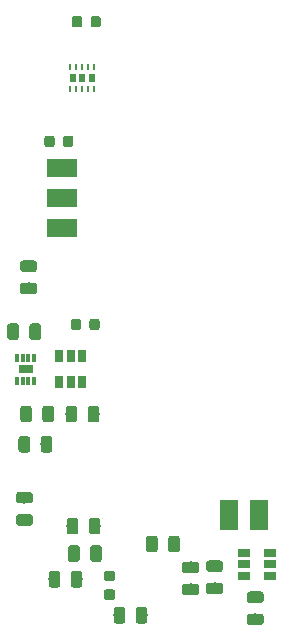
<source format=gbr>
G04 #@! TF.GenerationSoftware,KiCad,Pcbnew,(5.0.1)-rc2*
G04 #@! TF.CreationDate,2019-03-21T01:05:14-07:00*
G04 #@! TF.ProjectId,littlebeepboop,6C6974746C6562656570626F6F702E6B,rev?*
G04 #@! TF.SameCoordinates,Original*
G04 #@! TF.FileFunction,Paste,Bot*
G04 #@! TF.FilePolarity,Positive*
%FSLAX46Y46*%
G04 Gerber Fmt 4.6, Leading zero omitted, Abs format (unit mm)*
G04 Created by KiCad (PCBNEW (5.0.1)-rc2) date 3/21/2019 1:05:14 AM*
%MOMM*%
%LPD*%
G01*
G04 APERTURE LIST*
%ADD10C,0.100000*%
%ADD11C,0.975000*%
%ADD12C,0.875000*%
%ADD13R,1.060000X0.650000*%
%ADD14R,0.610000X0.650000*%
%ADD15R,0.250000X0.500000*%
%ADD16R,0.300000X0.700000*%
%ADD17R,1.200000X0.800000*%
%ADD18R,2.540000X1.524000*%
%ADD19R,1.524000X2.540000*%
%ADD20R,0.650000X1.060000*%
G04 APERTURE END LIST*
D10*
G04 #@! TO.C,C14*
G36*
X163843642Y-134429174D02*
X163867303Y-134432684D01*
X163890507Y-134438496D01*
X163913029Y-134446554D01*
X163934653Y-134456782D01*
X163955170Y-134469079D01*
X163974383Y-134483329D01*
X163992107Y-134499393D01*
X164008171Y-134517117D01*
X164022421Y-134536330D01*
X164034718Y-134556847D01*
X164044946Y-134578471D01*
X164053004Y-134600993D01*
X164058816Y-134624197D01*
X164062326Y-134647858D01*
X164063500Y-134671750D01*
X164063500Y-135584250D01*
X164062326Y-135608142D01*
X164058816Y-135631803D01*
X164053004Y-135655007D01*
X164044946Y-135677529D01*
X164034718Y-135699153D01*
X164022421Y-135719670D01*
X164008171Y-135738883D01*
X163992107Y-135756607D01*
X163974383Y-135772671D01*
X163955170Y-135786921D01*
X163934653Y-135799218D01*
X163913029Y-135809446D01*
X163890507Y-135817504D01*
X163867303Y-135823316D01*
X163843642Y-135826826D01*
X163819750Y-135828000D01*
X163332250Y-135828000D01*
X163308358Y-135826826D01*
X163284697Y-135823316D01*
X163261493Y-135817504D01*
X163238971Y-135809446D01*
X163217347Y-135799218D01*
X163196830Y-135786921D01*
X163177617Y-135772671D01*
X163159893Y-135756607D01*
X163143829Y-135738883D01*
X163129579Y-135719670D01*
X163117282Y-135699153D01*
X163107054Y-135677529D01*
X163098996Y-135655007D01*
X163093184Y-135631803D01*
X163089674Y-135608142D01*
X163088500Y-135584250D01*
X163088500Y-134671750D01*
X163089674Y-134647858D01*
X163093184Y-134624197D01*
X163098996Y-134600993D01*
X163107054Y-134578471D01*
X163117282Y-134556847D01*
X163129579Y-134536330D01*
X163143829Y-134517117D01*
X163159893Y-134499393D01*
X163177617Y-134483329D01*
X163196830Y-134469079D01*
X163217347Y-134456782D01*
X163238971Y-134446554D01*
X163261493Y-134438496D01*
X163284697Y-134432684D01*
X163308358Y-134429174D01*
X163332250Y-134428000D01*
X163819750Y-134428000D01*
X163843642Y-134429174D01*
X163843642Y-134429174D01*
G37*
D11*
X163576000Y-135128000D03*
D10*
G36*
X161968642Y-134429174D02*
X161992303Y-134432684D01*
X162015507Y-134438496D01*
X162038029Y-134446554D01*
X162059653Y-134456782D01*
X162080170Y-134469079D01*
X162099383Y-134483329D01*
X162117107Y-134499393D01*
X162133171Y-134517117D01*
X162147421Y-134536330D01*
X162159718Y-134556847D01*
X162169946Y-134578471D01*
X162178004Y-134600993D01*
X162183816Y-134624197D01*
X162187326Y-134647858D01*
X162188500Y-134671750D01*
X162188500Y-135584250D01*
X162187326Y-135608142D01*
X162183816Y-135631803D01*
X162178004Y-135655007D01*
X162169946Y-135677529D01*
X162159718Y-135699153D01*
X162147421Y-135719670D01*
X162133171Y-135738883D01*
X162117107Y-135756607D01*
X162099383Y-135772671D01*
X162080170Y-135786921D01*
X162059653Y-135799218D01*
X162038029Y-135809446D01*
X162015507Y-135817504D01*
X161992303Y-135823316D01*
X161968642Y-135826826D01*
X161944750Y-135828000D01*
X161457250Y-135828000D01*
X161433358Y-135826826D01*
X161409697Y-135823316D01*
X161386493Y-135817504D01*
X161363971Y-135809446D01*
X161342347Y-135799218D01*
X161321830Y-135786921D01*
X161302617Y-135772671D01*
X161284893Y-135756607D01*
X161268829Y-135738883D01*
X161254579Y-135719670D01*
X161242282Y-135699153D01*
X161232054Y-135677529D01*
X161223996Y-135655007D01*
X161218184Y-135631803D01*
X161214674Y-135608142D01*
X161213500Y-135584250D01*
X161213500Y-134671750D01*
X161214674Y-134647858D01*
X161218184Y-134624197D01*
X161223996Y-134600993D01*
X161232054Y-134578471D01*
X161242282Y-134556847D01*
X161254579Y-134536330D01*
X161268829Y-134517117D01*
X161284893Y-134499393D01*
X161302617Y-134483329D01*
X161321830Y-134469079D01*
X161342347Y-134456782D01*
X161363971Y-134446554D01*
X161386493Y-134438496D01*
X161409697Y-134432684D01*
X161433358Y-134429174D01*
X161457250Y-134428000D01*
X161944750Y-134428000D01*
X161968642Y-134429174D01*
X161968642Y-134429174D01*
G37*
D11*
X161701000Y-135128000D03*
G04 #@! TD*
D10*
G04 #@! TO.C,C1*
G36*
X179190142Y-136158674D02*
X179213803Y-136162184D01*
X179237007Y-136167996D01*
X179259529Y-136176054D01*
X179281153Y-136186282D01*
X179301670Y-136198579D01*
X179320883Y-136212829D01*
X179338607Y-136228893D01*
X179354671Y-136246617D01*
X179368921Y-136265830D01*
X179381218Y-136286347D01*
X179391446Y-136307971D01*
X179399504Y-136330493D01*
X179405316Y-136353697D01*
X179408826Y-136377358D01*
X179410000Y-136401250D01*
X179410000Y-136888750D01*
X179408826Y-136912642D01*
X179405316Y-136936303D01*
X179399504Y-136959507D01*
X179391446Y-136982029D01*
X179381218Y-137003653D01*
X179368921Y-137024170D01*
X179354671Y-137043383D01*
X179338607Y-137061107D01*
X179320883Y-137077171D01*
X179301670Y-137091421D01*
X179281153Y-137103718D01*
X179259529Y-137113946D01*
X179237007Y-137122004D01*
X179213803Y-137127816D01*
X179190142Y-137131326D01*
X179166250Y-137132500D01*
X178253750Y-137132500D01*
X178229858Y-137131326D01*
X178206197Y-137127816D01*
X178182993Y-137122004D01*
X178160471Y-137113946D01*
X178138847Y-137103718D01*
X178118330Y-137091421D01*
X178099117Y-137077171D01*
X178081393Y-137061107D01*
X178065329Y-137043383D01*
X178051079Y-137024170D01*
X178038782Y-137003653D01*
X178028554Y-136982029D01*
X178020496Y-136959507D01*
X178014684Y-136936303D01*
X178011174Y-136912642D01*
X178010000Y-136888750D01*
X178010000Y-136401250D01*
X178011174Y-136377358D01*
X178014684Y-136353697D01*
X178020496Y-136330493D01*
X178028554Y-136307971D01*
X178038782Y-136286347D01*
X178051079Y-136265830D01*
X178065329Y-136246617D01*
X178081393Y-136228893D01*
X178099117Y-136212829D01*
X178118330Y-136198579D01*
X178138847Y-136186282D01*
X178160471Y-136176054D01*
X178182993Y-136167996D01*
X178206197Y-136162184D01*
X178229858Y-136158674D01*
X178253750Y-136157500D01*
X179166250Y-136157500D01*
X179190142Y-136158674D01*
X179190142Y-136158674D01*
G37*
D11*
X178710000Y-136645000D03*
D10*
G36*
X179190142Y-138033674D02*
X179213803Y-138037184D01*
X179237007Y-138042996D01*
X179259529Y-138051054D01*
X179281153Y-138061282D01*
X179301670Y-138073579D01*
X179320883Y-138087829D01*
X179338607Y-138103893D01*
X179354671Y-138121617D01*
X179368921Y-138140830D01*
X179381218Y-138161347D01*
X179391446Y-138182971D01*
X179399504Y-138205493D01*
X179405316Y-138228697D01*
X179408826Y-138252358D01*
X179410000Y-138276250D01*
X179410000Y-138763750D01*
X179408826Y-138787642D01*
X179405316Y-138811303D01*
X179399504Y-138834507D01*
X179391446Y-138857029D01*
X179381218Y-138878653D01*
X179368921Y-138899170D01*
X179354671Y-138918383D01*
X179338607Y-138936107D01*
X179320883Y-138952171D01*
X179301670Y-138966421D01*
X179281153Y-138978718D01*
X179259529Y-138988946D01*
X179237007Y-138997004D01*
X179213803Y-139002816D01*
X179190142Y-139006326D01*
X179166250Y-139007500D01*
X178253750Y-139007500D01*
X178229858Y-139006326D01*
X178206197Y-139002816D01*
X178182993Y-138997004D01*
X178160471Y-138988946D01*
X178138847Y-138978718D01*
X178118330Y-138966421D01*
X178099117Y-138952171D01*
X178081393Y-138936107D01*
X178065329Y-138918383D01*
X178051079Y-138899170D01*
X178038782Y-138878653D01*
X178028554Y-138857029D01*
X178020496Y-138834507D01*
X178014684Y-138811303D01*
X178011174Y-138787642D01*
X178010000Y-138763750D01*
X178010000Y-138276250D01*
X178011174Y-138252358D01*
X178014684Y-138228697D01*
X178020496Y-138205493D01*
X178028554Y-138182971D01*
X178038782Y-138161347D01*
X178051079Y-138140830D01*
X178065329Y-138121617D01*
X178081393Y-138103893D01*
X178099117Y-138087829D01*
X178118330Y-138073579D01*
X178138847Y-138061282D01*
X178160471Y-138051054D01*
X178182993Y-138042996D01*
X178206197Y-138037184D01*
X178229858Y-138033674D01*
X178253750Y-138032500D01*
X179166250Y-138032500D01*
X179190142Y-138033674D01*
X179190142Y-138033674D01*
G37*
D11*
X178710000Y-138520000D03*
G04 #@! TD*
D10*
G04 #@! TO.C,C2*
G36*
X173708142Y-135500674D02*
X173731803Y-135504184D01*
X173755007Y-135509996D01*
X173777529Y-135518054D01*
X173799153Y-135528282D01*
X173819670Y-135540579D01*
X173838883Y-135554829D01*
X173856607Y-135570893D01*
X173872671Y-135588617D01*
X173886921Y-135607830D01*
X173899218Y-135628347D01*
X173909446Y-135649971D01*
X173917504Y-135672493D01*
X173923316Y-135695697D01*
X173926826Y-135719358D01*
X173928000Y-135743250D01*
X173928000Y-136230750D01*
X173926826Y-136254642D01*
X173923316Y-136278303D01*
X173917504Y-136301507D01*
X173909446Y-136324029D01*
X173899218Y-136345653D01*
X173886921Y-136366170D01*
X173872671Y-136385383D01*
X173856607Y-136403107D01*
X173838883Y-136419171D01*
X173819670Y-136433421D01*
X173799153Y-136445718D01*
X173777529Y-136455946D01*
X173755007Y-136464004D01*
X173731803Y-136469816D01*
X173708142Y-136473326D01*
X173684250Y-136474500D01*
X172771750Y-136474500D01*
X172747858Y-136473326D01*
X172724197Y-136469816D01*
X172700993Y-136464004D01*
X172678471Y-136455946D01*
X172656847Y-136445718D01*
X172636330Y-136433421D01*
X172617117Y-136419171D01*
X172599393Y-136403107D01*
X172583329Y-136385383D01*
X172569079Y-136366170D01*
X172556782Y-136345653D01*
X172546554Y-136324029D01*
X172538496Y-136301507D01*
X172532684Y-136278303D01*
X172529174Y-136254642D01*
X172528000Y-136230750D01*
X172528000Y-135743250D01*
X172529174Y-135719358D01*
X172532684Y-135695697D01*
X172538496Y-135672493D01*
X172546554Y-135649971D01*
X172556782Y-135628347D01*
X172569079Y-135607830D01*
X172583329Y-135588617D01*
X172599393Y-135570893D01*
X172617117Y-135554829D01*
X172636330Y-135540579D01*
X172656847Y-135528282D01*
X172678471Y-135518054D01*
X172700993Y-135509996D01*
X172724197Y-135504184D01*
X172747858Y-135500674D01*
X172771750Y-135499500D01*
X173684250Y-135499500D01*
X173708142Y-135500674D01*
X173708142Y-135500674D01*
G37*
D11*
X173228000Y-135987000D03*
D10*
G36*
X173708142Y-133625674D02*
X173731803Y-133629184D01*
X173755007Y-133634996D01*
X173777529Y-133643054D01*
X173799153Y-133653282D01*
X173819670Y-133665579D01*
X173838883Y-133679829D01*
X173856607Y-133695893D01*
X173872671Y-133713617D01*
X173886921Y-133732830D01*
X173899218Y-133753347D01*
X173909446Y-133774971D01*
X173917504Y-133797493D01*
X173923316Y-133820697D01*
X173926826Y-133844358D01*
X173928000Y-133868250D01*
X173928000Y-134355750D01*
X173926826Y-134379642D01*
X173923316Y-134403303D01*
X173917504Y-134426507D01*
X173909446Y-134449029D01*
X173899218Y-134470653D01*
X173886921Y-134491170D01*
X173872671Y-134510383D01*
X173856607Y-134528107D01*
X173838883Y-134544171D01*
X173819670Y-134558421D01*
X173799153Y-134570718D01*
X173777529Y-134580946D01*
X173755007Y-134589004D01*
X173731803Y-134594816D01*
X173708142Y-134598326D01*
X173684250Y-134599500D01*
X172771750Y-134599500D01*
X172747858Y-134598326D01*
X172724197Y-134594816D01*
X172700993Y-134589004D01*
X172678471Y-134580946D01*
X172656847Y-134570718D01*
X172636330Y-134558421D01*
X172617117Y-134544171D01*
X172599393Y-134528107D01*
X172583329Y-134510383D01*
X172569079Y-134491170D01*
X172556782Y-134470653D01*
X172546554Y-134449029D01*
X172538496Y-134426507D01*
X172532684Y-134403303D01*
X172529174Y-134379642D01*
X172528000Y-134355750D01*
X172528000Y-133868250D01*
X172529174Y-133844358D01*
X172532684Y-133820697D01*
X172538496Y-133797493D01*
X172546554Y-133774971D01*
X172556782Y-133753347D01*
X172569079Y-133732830D01*
X172583329Y-133713617D01*
X172599393Y-133695893D01*
X172617117Y-133679829D01*
X172636330Y-133665579D01*
X172656847Y-133653282D01*
X172678471Y-133643054D01*
X172700993Y-133634996D01*
X172724197Y-133629184D01*
X172747858Y-133625674D01*
X172771750Y-133624500D01*
X173684250Y-133624500D01*
X173708142Y-133625674D01*
X173708142Y-133625674D01*
G37*
D11*
X173228000Y-134112000D03*
G04 #@! TD*
D10*
G04 #@! TO.C,C3*
G36*
X175740142Y-133528674D02*
X175763803Y-133532184D01*
X175787007Y-133537996D01*
X175809529Y-133546054D01*
X175831153Y-133556282D01*
X175851670Y-133568579D01*
X175870883Y-133582829D01*
X175888607Y-133598893D01*
X175904671Y-133616617D01*
X175918921Y-133635830D01*
X175931218Y-133656347D01*
X175941446Y-133677971D01*
X175949504Y-133700493D01*
X175955316Y-133723697D01*
X175958826Y-133747358D01*
X175960000Y-133771250D01*
X175960000Y-134258750D01*
X175958826Y-134282642D01*
X175955316Y-134306303D01*
X175949504Y-134329507D01*
X175941446Y-134352029D01*
X175931218Y-134373653D01*
X175918921Y-134394170D01*
X175904671Y-134413383D01*
X175888607Y-134431107D01*
X175870883Y-134447171D01*
X175851670Y-134461421D01*
X175831153Y-134473718D01*
X175809529Y-134483946D01*
X175787007Y-134492004D01*
X175763803Y-134497816D01*
X175740142Y-134501326D01*
X175716250Y-134502500D01*
X174803750Y-134502500D01*
X174779858Y-134501326D01*
X174756197Y-134497816D01*
X174732993Y-134492004D01*
X174710471Y-134483946D01*
X174688847Y-134473718D01*
X174668330Y-134461421D01*
X174649117Y-134447171D01*
X174631393Y-134431107D01*
X174615329Y-134413383D01*
X174601079Y-134394170D01*
X174588782Y-134373653D01*
X174578554Y-134352029D01*
X174570496Y-134329507D01*
X174564684Y-134306303D01*
X174561174Y-134282642D01*
X174560000Y-134258750D01*
X174560000Y-133771250D01*
X174561174Y-133747358D01*
X174564684Y-133723697D01*
X174570496Y-133700493D01*
X174578554Y-133677971D01*
X174588782Y-133656347D01*
X174601079Y-133635830D01*
X174615329Y-133616617D01*
X174631393Y-133598893D01*
X174649117Y-133582829D01*
X174668330Y-133568579D01*
X174688847Y-133556282D01*
X174710471Y-133546054D01*
X174732993Y-133537996D01*
X174756197Y-133532184D01*
X174779858Y-133528674D01*
X174803750Y-133527500D01*
X175716250Y-133527500D01*
X175740142Y-133528674D01*
X175740142Y-133528674D01*
G37*
D11*
X175260000Y-134015000D03*
D10*
G36*
X175740142Y-135403674D02*
X175763803Y-135407184D01*
X175787007Y-135412996D01*
X175809529Y-135421054D01*
X175831153Y-135431282D01*
X175851670Y-135443579D01*
X175870883Y-135457829D01*
X175888607Y-135473893D01*
X175904671Y-135491617D01*
X175918921Y-135510830D01*
X175931218Y-135531347D01*
X175941446Y-135552971D01*
X175949504Y-135575493D01*
X175955316Y-135598697D01*
X175958826Y-135622358D01*
X175960000Y-135646250D01*
X175960000Y-136133750D01*
X175958826Y-136157642D01*
X175955316Y-136181303D01*
X175949504Y-136204507D01*
X175941446Y-136227029D01*
X175931218Y-136248653D01*
X175918921Y-136269170D01*
X175904671Y-136288383D01*
X175888607Y-136306107D01*
X175870883Y-136322171D01*
X175851670Y-136336421D01*
X175831153Y-136348718D01*
X175809529Y-136358946D01*
X175787007Y-136367004D01*
X175763803Y-136372816D01*
X175740142Y-136376326D01*
X175716250Y-136377500D01*
X174803750Y-136377500D01*
X174779858Y-136376326D01*
X174756197Y-136372816D01*
X174732993Y-136367004D01*
X174710471Y-136358946D01*
X174688847Y-136348718D01*
X174668330Y-136336421D01*
X174649117Y-136322171D01*
X174631393Y-136306107D01*
X174615329Y-136288383D01*
X174601079Y-136269170D01*
X174588782Y-136248653D01*
X174578554Y-136227029D01*
X174570496Y-136204507D01*
X174564684Y-136181303D01*
X174561174Y-136157642D01*
X174560000Y-136133750D01*
X174560000Y-135646250D01*
X174561174Y-135622358D01*
X174564684Y-135598697D01*
X174570496Y-135575493D01*
X174578554Y-135552971D01*
X174588782Y-135531347D01*
X174601079Y-135510830D01*
X174615329Y-135491617D01*
X174631393Y-135473893D01*
X174649117Y-135457829D01*
X174668330Y-135443579D01*
X174688847Y-135431282D01*
X174710471Y-135421054D01*
X174732993Y-135412996D01*
X174756197Y-135407184D01*
X174779858Y-135403674D01*
X174803750Y-135402500D01*
X175716250Y-135402500D01*
X175740142Y-135403674D01*
X175740142Y-135403674D01*
G37*
D11*
X175260000Y-135890000D03*
G04 #@! TD*
D10*
G04 #@! TO.C,C10*
G36*
X159650142Y-129603674D02*
X159673803Y-129607184D01*
X159697007Y-129612996D01*
X159719529Y-129621054D01*
X159741153Y-129631282D01*
X159761670Y-129643579D01*
X159780883Y-129657829D01*
X159798607Y-129673893D01*
X159814671Y-129691617D01*
X159828921Y-129710830D01*
X159841218Y-129731347D01*
X159851446Y-129752971D01*
X159859504Y-129775493D01*
X159865316Y-129798697D01*
X159868826Y-129822358D01*
X159870000Y-129846250D01*
X159870000Y-130333750D01*
X159868826Y-130357642D01*
X159865316Y-130381303D01*
X159859504Y-130404507D01*
X159851446Y-130427029D01*
X159841218Y-130448653D01*
X159828921Y-130469170D01*
X159814671Y-130488383D01*
X159798607Y-130506107D01*
X159780883Y-130522171D01*
X159761670Y-130536421D01*
X159741153Y-130548718D01*
X159719529Y-130558946D01*
X159697007Y-130567004D01*
X159673803Y-130572816D01*
X159650142Y-130576326D01*
X159626250Y-130577500D01*
X158713750Y-130577500D01*
X158689858Y-130576326D01*
X158666197Y-130572816D01*
X158642993Y-130567004D01*
X158620471Y-130558946D01*
X158598847Y-130548718D01*
X158578330Y-130536421D01*
X158559117Y-130522171D01*
X158541393Y-130506107D01*
X158525329Y-130488383D01*
X158511079Y-130469170D01*
X158498782Y-130448653D01*
X158488554Y-130427029D01*
X158480496Y-130404507D01*
X158474684Y-130381303D01*
X158471174Y-130357642D01*
X158470000Y-130333750D01*
X158470000Y-129846250D01*
X158471174Y-129822358D01*
X158474684Y-129798697D01*
X158480496Y-129775493D01*
X158488554Y-129752971D01*
X158498782Y-129731347D01*
X158511079Y-129710830D01*
X158525329Y-129691617D01*
X158541393Y-129673893D01*
X158559117Y-129657829D01*
X158578330Y-129643579D01*
X158598847Y-129631282D01*
X158620471Y-129621054D01*
X158642993Y-129612996D01*
X158666197Y-129607184D01*
X158689858Y-129603674D01*
X158713750Y-129602500D01*
X159626250Y-129602500D01*
X159650142Y-129603674D01*
X159650142Y-129603674D01*
G37*
D11*
X159170000Y-130090000D03*
D10*
G36*
X159650142Y-127728674D02*
X159673803Y-127732184D01*
X159697007Y-127737996D01*
X159719529Y-127746054D01*
X159741153Y-127756282D01*
X159761670Y-127768579D01*
X159780883Y-127782829D01*
X159798607Y-127798893D01*
X159814671Y-127816617D01*
X159828921Y-127835830D01*
X159841218Y-127856347D01*
X159851446Y-127877971D01*
X159859504Y-127900493D01*
X159865316Y-127923697D01*
X159868826Y-127947358D01*
X159870000Y-127971250D01*
X159870000Y-128458750D01*
X159868826Y-128482642D01*
X159865316Y-128506303D01*
X159859504Y-128529507D01*
X159851446Y-128552029D01*
X159841218Y-128573653D01*
X159828921Y-128594170D01*
X159814671Y-128613383D01*
X159798607Y-128631107D01*
X159780883Y-128647171D01*
X159761670Y-128661421D01*
X159741153Y-128673718D01*
X159719529Y-128683946D01*
X159697007Y-128692004D01*
X159673803Y-128697816D01*
X159650142Y-128701326D01*
X159626250Y-128702500D01*
X158713750Y-128702500D01*
X158689858Y-128701326D01*
X158666197Y-128697816D01*
X158642993Y-128692004D01*
X158620471Y-128683946D01*
X158598847Y-128673718D01*
X158578330Y-128661421D01*
X158559117Y-128647171D01*
X158541393Y-128631107D01*
X158525329Y-128613383D01*
X158511079Y-128594170D01*
X158498782Y-128573653D01*
X158488554Y-128552029D01*
X158480496Y-128529507D01*
X158474684Y-128506303D01*
X158471174Y-128482642D01*
X158470000Y-128458750D01*
X158470000Y-127971250D01*
X158471174Y-127947358D01*
X158474684Y-127923697D01*
X158480496Y-127900493D01*
X158488554Y-127877971D01*
X158498782Y-127856347D01*
X158511079Y-127835830D01*
X158525329Y-127816617D01*
X158541393Y-127798893D01*
X158559117Y-127782829D01*
X158578330Y-127768579D01*
X158598847Y-127756282D01*
X158620471Y-127746054D01*
X158642993Y-127737996D01*
X158666197Y-127732184D01*
X158689858Y-127728674D01*
X158713750Y-127727500D01*
X159626250Y-127727500D01*
X159650142Y-127728674D01*
X159650142Y-127728674D01*
G37*
D11*
X159170000Y-128215000D03*
G04 #@! TD*
D10*
G04 #@! TO.C,C11*
G36*
X165497642Y-132251174D02*
X165521303Y-132254684D01*
X165544507Y-132260496D01*
X165567029Y-132268554D01*
X165588653Y-132278782D01*
X165609170Y-132291079D01*
X165628383Y-132305329D01*
X165646107Y-132321393D01*
X165662171Y-132339117D01*
X165676421Y-132358330D01*
X165688718Y-132378847D01*
X165698946Y-132400471D01*
X165707004Y-132422993D01*
X165712816Y-132446197D01*
X165716326Y-132469858D01*
X165717500Y-132493750D01*
X165717500Y-133406250D01*
X165716326Y-133430142D01*
X165712816Y-133453803D01*
X165707004Y-133477007D01*
X165698946Y-133499529D01*
X165688718Y-133521153D01*
X165676421Y-133541670D01*
X165662171Y-133560883D01*
X165646107Y-133578607D01*
X165628383Y-133594671D01*
X165609170Y-133608921D01*
X165588653Y-133621218D01*
X165567029Y-133631446D01*
X165544507Y-133639504D01*
X165521303Y-133645316D01*
X165497642Y-133648826D01*
X165473750Y-133650000D01*
X164986250Y-133650000D01*
X164962358Y-133648826D01*
X164938697Y-133645316D01*
X164915493Y-133639504D01*
X164892971Y-133631446D01*
X164871347Y-133621218D01*
X164850830Y-133608921D01*
X164831617Y-133594671D01*
X164813893Y-133578607D01*
X164797829Y-133560883D01*
X164783579Y-133541670D01*
X164771282Y-133521153D01*
X164761054Y-133499529D01*
X164752996Y-133477007D01*
X164747184Y-133453803D01*
X164743674Y-133430142D01*
X164742500Y-133406250D01*
X164742500Y-132493750D01*
X164743674Y-132469858D01*
X164747184Y-132446197D01*
X164752996Y-132422993D01*
X164761054Y-132400471D01*
X164771282Y-132378847D01*
X164783579Y-132358330D01*
X164797829Y-132339117D01*
X164813893Y-132321393D01*
X164831617Y-132305329D01*
X164850830Y-132291079D01*
X164871347Y-132278782D01*
X164892971Y-132268554D01*
X164915493Y-132260496D01*
X164938697Y-132254684D01*
X164962358Y-132251174D01*
X164986250Y-132250000D01*
X165473750Y-132250000D01*
X165497642Y-132251174D01*
X165497642Y-132251174D01*
G37*
D11*
X165230000Y-132950000D03*
D10*
G36*
X163622642Y-132251174D02*
X163646303Y-132254684D01*
X163669507Y-132260496D01*
X163692029Y-132268554D01*
X163713653Y-132278782D01*
X163734170Y-132291079D01*
X163753383Y-132305329D01*
X163771107Y-132321393D01*
X163787171Y-132339117D01*
X163801421Y-132358330D01*
X163813718Y-132378847D01*
X163823946Y-132400471D01*
X163832004Y-132422993D01*
X163837816Y-132446197D01*
X163841326Y-132469858D01*
X163842500Y-132493750D01*
X163842500Y-133406250D01*
X163841326Y-133430142D01*
X163837816Y-133453803D01*
X163832004Y-133477007D01*
X163823946Y-133499529D01*
X163813718Y-133521153D01*
X163801421Y-133541670D01*
X163787171Y-133560883D01*
X163771107Y-133578607D01*
X163753383Y-133594671D01*
X163734170Y-133608921D01*
X163713653Y-133621218D01*
X163692029Y-133631446D01*
X163669507Y-133639504D01*
X163646303Y-133645316D01*
X163622642Y-133648826D01*
X163598750Y-133650000D01*
X163111250Y-133650000D01*
X163087358Y-133648826D01*
X163063697Y-133645316D01*
X163040493Y-133639504D01*
X163017971Y-133631446D01*
X162996347Y-133621218D01*
X162975830Y-133608921D01*
X162956617Y-133594671D01*
X162938893Y-133578607D01*
X162922829Y-133560883D01*
X162908579Y-133541670D01*
X162896282Y-133521153D01*
X162886054Y-133499529D01*
X162877996Y-133477007D01*
X162872184Y-133453803D01*
X162868674Y-133430142D01*
X162867500Y-133406250D01*
X162867500Y-132493750D01*
X162868674Y-132469858D01*
X162872184Y-132446197D01*
X162877996Y-132422993D01*
X162886054Y-132400471D01*
X162896282Y-132378847D01*
X162908579Y-132358330D01*
X162922829Y-132339117D01*
X162938893Y-132321393D01*
X162956617Y-132305329D01*
X162975830Y-132291079D01*
X162996347Y-132278782D01*
X163017971Y-132268554D01*
X163040493Y-132260496D01*
X163063697Y-132254684D01*
X163087358Y-132251174D01*
X163111250Y-132250000D01*
X163598750Y-132250000D01*
X163622642Y-132251174D01*
X163622642Y-132251174D01*
G37*
D11*
X163355000Y-132950000D03*
G04 #@! TD*
D10*
G04 #@! TO.C,C13*
G36*
X163502642Y-129931174D02*
X163526303Y-129934684D01*
X163549507Y-129940496D01*
X163572029Y-129948554D01*
X163593653Y-129958782D01*
X163614170Y-129971079D01*
X163633383Y-129985329D01*
X163651107Y-130001393D01*
X163667171Y-130019117D01*
X163681421Y-130038330D01*
X163693718Y-130058847D01*
X163703946Y-130080471D01*
X163712004Y-130102993D01*
X163717816Y-130126197D01*
X163721326Y-130149858D01*
X163722500Y-130173750D01*
X163722500Y-131086250D01*
X163721326Y-131110142D01*
X163717816Y-131133803D01*
X163712004Y-131157007D01*
X163703946Y-131179529D01*
X163693718Y-131201153D01*
X163681421Y-131221670D01*
X163667171Y-131240883D01*
X163651107Y-131258607D01*
X163633383Y-131274671D01*
X163614170Y-131288921D01*
X163593653Y-131301218D01*
X163572029Y-131311446D01*
X163549507Y-131319504D01*
X163526303Y-131325316D01*
X163502642Y-131328826D01*
X163478750Y-131330000D01*
X162991250Y-131330000D01*
X162967358Y-131328826D01*
X162943697Y-131325316D01*
X162920493Y-131319504D01*
X162897971Y-131311446D01*
X162876347Y-131301218D01*
X162855830Y-131288921D01*
X162836617Y-131274671D01*
X162818893Y-131258607D01*
X162802829Y-131240883D01*
X162788579Y-131221670D01*
X162776282Y-131201153D01*
X162766054Y-131179529D01*
X162757996Y-131157007D01*
X162752184Y-131133803D01*
X162748674Y-131110142D01*
X162747500Y-131086250D01*
X162747500Y-130173750D01*
X162748674Y-130149858D01*
X162752184Y-130126197D01*
X162757996Y-130102993D01*
X162766054Y-130080471D01*
X162776282Y-130058847D01*
X162788579Y-130038330D01*
X162802829Y-130019117D01*
X162818893Y-130001393D01*
X162836617Y-129985329D01*
X162855830Y-129971079D01*
X162876347Y-129958782D01*
X162897971Y-129948554D01*
X162920493Y-129940496D01*
X162943697Y-129934684D01*
X162967358Y-129931174D01*
X162991250Y-129930000D01*
X163478750Y-129930000D01*
X163502642Y-129931174D01*
X163502642Y-129931174D01*
G37*
D11*
X163235000Y-130630000D03*
D10*
G36*
X165377642Y-129931174D02*
X165401303Y-129934684D01*
X165424507Y-129940496D01*
X165447029Y-129948554D01*
X165468653Y-129958782D01*
X165489170Y-129971079D01*
X165508383Y-129985329D01*
X165526107Y-130001393D01*
X165542171Y-130019117D01*
X165556421Y-130038330D01*
X165568718Y-130058847D01*
X165578946Y-130080471D01*
X165587004Y-130102993D01*
X165592816Y-130126197D01*
X165596326Y-130149858D01*
X165597500Y-130173750D01*
X165597500Y-131086250D01*
X165596326Y-131110142D01*
X165592816Y-131133803D01*
X165587004Y-131157007D01*
X165578946Y-131179529D01*
X165568718Y-131201153D01*
X165556421Y-131221670D01*
X165542171Y-131240883D01*
X165526107Y-131258607D01*
X165508383Y-131274671D01*
X165489170Y-131288921D01*
X165468653Y-131301218D01*
X165447029Y-131311446D01*
X165424507Y-131319504D01*
X165401303Y-131325316D01*
X165377642Y-131328826D01*
X165353750Y-131330000D01*
X164866250Y-131330000D01*
X164842358Y-131328826D01*
X164818697Y-131325316D01*
X164795493Y-131319504D01*
X164772971Y-131311446D01*
X164751347Y-131301218D01*
X164730830Y-131288921D01*
X164711617Y-131274671D01*
X164693893Y-131258607D01*
X164677829Y-131240883D01*
X164663579Y-131221670D01*
X164651282Y-131201153D01*
X164641054Y-131179529D01*
X164632996Y-131157007D01*
X164627184Y-131133803D01*
X164623674Y-131110142D01*
X164622500Y-131086250D01*
X164622500Y-130173750D01*
X164623674Y-130149858D01*
X164627184Y-130126197D01*
X164632996Y-130102993D01*
X164641054Y-130080471D01*
X164651282Y-130058847D01*
X164663579Y-130038330D01*
X164677829Y-130019117D01*
X164693893Y-130001393D01*
X164711617Y-129985329D01*
X164730830Y-129971079D01*
X164751347Y-129958782D01*
X164772971Y-129948554D01*
X164795493Y-129940496D01*
X164818697Y-129934684D01*
X164842358Y-129931174D01*
X164866250Y-129930000D01*
X165353750Y-129930000D01*
X165377642Y-129931174D01*
X165377642Y-129931174D01*
G37*
D11*
X165110000Y-130630000D03*
G04 #@! TD*
D10*
G04 #@! TO.C,C18*
G36*
X160347642Y-113461174D02*
X160371303Y-113464684D01*
X160394507Y-113470496D01*
X160417029Y-113478554D01*
X160438653Y-113488782D01*
X160459170Y-113501079D01*
X160478383Y-113515329D01*
X160496107Y-113531393D01*
X160512171Y-113549117D01*
X160526421Y-113568330D01*
X160538718Y-113588847D01*
X160548946Y-113610471D01*
X160557004Y-113632993D01*
X160562816Y-113656197D01*
X160566326Y-113679858D01*
X160567500Y-113703750D01*
X160567500Y-114616250D01*
X160566326Y-114640142D01*
X160562816Y-114663803D01*
X160557004Y-114687007D01*
X160548946Y-114709529D01*
X160538718Y-114731153D01*
X160526421Y-114751670D01*
X160512171Y-114770883D01*
X160496107Y-114788607D01*
X160478383Y-114804671D01*
X160459170Y-114818921D01*
X160438653Y-114831218D01*
X160417029Y-114841446D01*
X160394507Y-114849504D01*
X160371303Y-114855316D01*
X160347642Y-114858826D01*
X160323750Y-114860000D01*
X159836250Y-114860000D01*
X159812358Y-114858826D01*
X159788697Y-114855316D01*
X159765493Y-114849504D01*
X159742971Y-114841446D01*
X159721347Y-114831218D01*
X159700830Y-114818921D01*
X159681617Y-114804671D01*
X159663893Y-114788607D01*
X159647829Y-114770883D01*
X159633579Y-114751670D01*
X159621282Y-114731153D01*
X159611054Y-114709529D01*
X159602996Y-114687007D01*
X159597184Y-114663803D01*
X159593674Y-114640142D01*
X159592500Y-114616250D01*
X159592500Y-113703750D01*
X159593674Y-113679858D01*
X159597184Y-113656197D01*
X159602996Y-113632993D01*
X159611054Y-113610471D01*
X159621282Y-113588847D01*
X159633579Y-113568330D01*
X159647829Y-113549117D01*
X159663893Y-113531393D01*
X159681617Y-113515329D01*
X159700830Y-113501079D01*
X159721347Y-113488782D01*
X159742971Y-113478554D01*
X159765493Y-113470496D01*
X159788697Y-113464684D01*
X159812358Y-113461174D01*
X159836250Y-113460000D01*
X160323750Y-113460000D01*
X160347642Y-113461174D01*
X160347642Y-113461174D01*
G37*
D11*
X160080000Y-114160000D03*
D10*
G36*
X158472642Y-113461174D02*
X158496303Y-113464684D01*
X158519507Y-113470496D01*
X158542029Y-113478554D01*
X158563653Y-113488782D01*
X158584170Y-113501079D01*
X158603383Y-113515329D01*
X158621107Y-113531393D01*
X158637171Y-113549117D01*
X158651421Y-113568330D01*
X158663718Y-113588847D01*
X158673946Y-113610471D01*
X158682004Y-113632993D01*
X158687816Y-113656197D01*
X158691326Y-113679858D01*
X158692500Y-113703750D01*
X158692500Y-114616250D01*
X158691326Y-114640142D01*
X158687816Y-114663803D01*
X158682004Y-114687007D01*
X158673946Y-114709529D01*
X158663718Y-114731153D01*
X158651421Y-114751670D01*
X158637171Y-114770883D01*
X158621107Y-114788607D01*
X158603383Y-114804671D01*
X158584170Y-114818921D01*
X158563653Y-114831218D01*
X158542029Y-114841446D01*
X158519507Y-114849504D01*
X158496303Y-114855316D01*
X158472642Y-114858826D01*
X158448750Y-114860000D01*
X157961250Y-114860000D01*
X157937358Y-114858826D01*
X157913697Y-114855316D01*
X157890493Y-114849504D01*
X157867971Y-114841446D01*
X157846347Y-114831218D01*
X157825830Y-114818921D01*
X157806617Y-114804671D01*
X157788893Y-114788607D01*
X157772829Y-114770883D01*
X157758579Y-114751670D01*
X157746282Y-114731153D01*
X157736054Y-114709529D01*
X157727996Y-114687007D01*
X157722184Y-114663803D01*
X157718674Y-114640142D01*
X157717500Y-114616250D01*
X157717500Y-113703750D01*
X157718674Y-113679858D01*
X157722184Y-113656197D01*
X157727996Y-113632993D01*
X157736054Y-113610471D01*
X157746282Y-113588847D01*
X157758579Y-113568330D01*
X157772829Y-113549117D01*
X157788893Y-113531393D01*
X157806617Y-113515329D01*
X157825830Y-113501079D01*
X157846347Y-113488782D01*
X157867971Y-113478554D01*
X157890493Y-113470496D01*
X157913697Y-113464684D01*
X157937358Y-113461174D01*
X157961250Y-113460000D01*
X158448750Y-113460000D01*
X158472642Y-113461174D01*
X158472642Y-113461174D01*
G37*
D11*
X158205000Y-114160000D03*
G04 #@! TD*
D10*
G04 #@! TO.C,C19*
G36*
X159992142Y-108128674D02*
X160015803Y-108132184D01*
X160039007Y-108137996D01*
X160061529Y-108146054D01*
X160083153Y-108156282D01*
X160103670Y-108168579D01*
X160122883Y-108182829D01*
X160140607Y-108198893D01*
X160156671Y-108216617D01*
X160170921Y-108235830D01*
X160183218Y-108256347D01*
X160193446Y-108277971D01*
X160201504Y-108300493D01*
X160207316Y-108323697D01*
X160210826Y-108347358D01*
X160212000Y-108371250D01*
X160212000Y-108858750D01*
X160210826Y-108882642D01*
X160207316Y-108906303D01*
X160201504Y-108929507D01*
X160193446Y-108952029D01*
X160183218Y-108973653D01*
X160170921Y-108994170D01*
X160156671Y-109013383D01*
X160140607Y-109031107D01*
X160122883Y-109047171D01*
X160103670Y-109061421D01*
X160083153Y-109073718D01*
X160061529Y-109083946D01*
X160039007Y-109092004D01*
X160015803Y-109097816D01*
X159992142Y-109101326D01*
X159968250Y-109102500D01*
X159055750Y-109102500D01*
X159031858Y-109101326D01*
X159008197Y-109097816D01*
X158984993Y-109092004D01*
X158962471Y-109083946D01*
X158940847Y-109073718D01*
X158920330Y-109061421D01*
X158901117Y-109047171D01*
X158883393Y-109031107D01*
X158867329Y-109013383D01*
X158853079Y-108994170D01*
X158840782Y-108973653D01*
X158830554Y-108952029D01*
X158822496Y-108929507D01*
X158816684Y-108906303D01*
X158813174Y-108882642D01*
X158812000Y-108858750D01*
X158812000Y-108371250D01*
X158813174Y-108347358D01*
X158816684Y-108323697D01*
X158822496Y-108300493D01*
X158830554Y-108277971D01*
X158840782Y-108256347D01*
X158853079Y-108235830D01*
X158867329Y-108216617D01*
X158883393Y-108198893D01*
X158901117Y-108182829D01*
X158920330Y-108168579D01*
X158940847Y-108156282D01*
X158962471Y-108146054D01*
X158984993Y-108137996D01*
X159008197Y-108132184D01*
X159031858Y-108128674D01*
X159055750Y-108127500D01*
X159968250Y-108127500D01*
X159992142Y-108128674D01*
X159992142Y-108128674D01*
G37*
D11*
X159512000Y-108615000D03*
D10*
G36*
X159992142Y-110003674D02*
X160015803Y-110007184D01*
X160039007Y-110012996D01*
X160061529Y-110021054D01*
X160083153Y-110031282D01*
X160103670Y-110043579D01*
X160122883Y-110057829D01*
X160140607Y-110073893D01*
X160156671Y-110091617D01*
X160170921Y-110110830D01*
X160183218Y-110131347D01*
X160193446Y-110152971D01*
X160201504Y-110175493D01*
X160207316Y-110198697D01*
X160210826Y-110222358D01*
X160212000Y-110246250D01*
X160212000Y-110733750D01*
X160210826Y-110757642D01*
X160207316Y-110781303D01*
X160201504Y-110804507D01*
X160193446Y-110827029D01*
X160183218Y-110848653D01*
X160170921Y-110869170D01*
X160156671Y-110888383D01*
X160140607Y-110906107D01*
X160122883Y-110922171D01*
X160103670Y-110936421D01*
X160083153Y-110948718D01*
X160061529Y-110958946D01*
X160039007Y-110967004D01*
X160015803Y-110972816D01*
X159992142Y-110976326D01*
X159968250Y-110977500D01*
X159055750Y-110977500D01*
X159031858Y-110976326D01*
X159008197Y-110972816D01*
X158984993Y-110967004D01*
X158962471Y-110958946D01*
X158940847Y-110948718D01*
X158920330Y-110936421D01*
X158901117Y-110922171D01*
X158883393Y-110906107D01*
X158867329Y-110888383D01*
X158853079Y-110869170D01*
X158840782Y-110848653D01*
X158830554Y-110827029D01*
X158822496Y-110804507D01*
X158816684Y-110781303D01*
X158813174Y-110757642D01*
X158812000Y-110733750D01*
X158812000Y-110246250D01*
X158813174Y-110222358D01*
X158816684Y-110198697D01*
X158822496Y-110175493D01*
X158830554Y-110152971D01*
X158840782Y-110131347D01*
X158853079Y-110110830D01*
X158867329Y-110091617D01*
X158883393Y-110073893D01*
X158901117Y-110057829D01*
X158920330Y-110043579D01*
X158940847Y-110031282D01*
X158962471Y-110021054D01*
X158984993Y-110012996D01*
X159008197Y-110007184D01*
X159031858Y-110003674D01*
X159055750Y-110002500D01*
X159968250Y-110002500D01*
X159992142Y-110003674D01*
X159992142Y-110003674D01*
G37*
D11*
X159512000Y-110490000D03*
G04 #@! TD*
D10*
G04 #@! TO.C,R7*
G36*
X165437691Y-87446053D02*
X165458926Y-87449203D01*
X165479750Y-87454419D01*
X165499962Y-87461651D01*
X165519368Y-87470830D01*
X165537781Y-87481866D01*
X165555024Y-87494654D01*
X165570930Y-87509070D01*
X165585346Y-87524976D01*
X165598134Y-87542219D01*
X165609170Y-87560632D01*
X165618349Y-87580038D01*
X165625581Y-87600250D01*
X165630797Y-87621074D01*
X165633947Y-87642309D01*
X165635000Y-87663750D01*
X165635000Y-88176250D01*
X165633947Y-88197691D01*
X165630797Y-88218926D01*
X165625581Y-88239750D01*
X165618349Y-88259962D01*
X165609170Y-88279368D01*
X165598134Y-88297781D01*
X165585346Y-88315024D01*
X165570930Y-88330930D01*
X165555024Y-88345346D01*
X165537781Y-88358134D01*
X165519368Y-88369170D01*
X165499962Y-88378349D01*
X165479750Y-88385581D01*
X165458926Y-88390797D01*
X165437691Y-88393947D01*
X165416250Y-88395000D01*
X164978750Y-88395000D01*
X164957309Y-88393947D01*
X164936074Y-88390797D01*
X164915250Y-88385581D01*
X164895038Y-88378349D01*
X164875632Y-88369170D01*
X164857219Y-88358134D01*
X164839976Y-88345346D01*
X164824070Y-88330930D01*
X164809654Y-88315024D01*
X164796866Y-88297781D01*
X164785830Y-88279368D01*
X164776651Y-88259962D01*
X164769419Y-88239750D01*
X164764203Y-88218926D01*
X164761053Y-88197691D01*
X164760000Y-88176250D01*
X164760000Y-87663750D01*
X164761053Y-87642309D01*
X164764203Y-87621074D01*
X164769419Y-87600250D01*
X164776651Y-87580038D01*
X164785830Y-87560632D01*
X164796866Y-87542219D01*
X164809654Y-87524976D01*
X164824070Y-87509070D01*
X164839976Y-87494654D01*
X164857219Y-87481866D01*
X164875632Y-87470830D01*
X164895038Y-87461651D01*
X164915250Y-87454419D01*
X164936074Y-87449203D01*
X164957309Y-87446053D01*
X164978750Y-87445000D01*
X165416250Y-87445000D01*
X165437691Y-87446053D01*
X165437691Y-87446053D01*
G37*
D12*
X165197500Y-87920000D03*
D10*
G36*
X163862691Y-87446053D02*
X163883926Y-87449203D01*
X163904750Y-87454419D01*
X163924962Y-87461651D01*
X163944368Y-87470830D01*
X163962781Y-87481866D01*
X163980024Y-87494654D01*
X163995930Y-87509070D01*
X164010346Y-87524976D01*
X164023134Y-87542219D01*
X164034170Y-87560632D01*
X164043349Y-87580038D01*
X164050581Y-87600250D01*
X164055797Y-87621074D01*
X164058947Y-87642309D01*
X164060000Y-87663750D01*
X164060000Y-88176250D01*
X164058947Y-88197691D01*
X164055797Y-88218926D01*
X164050581Y-88239750D01*
X164043349Y-88259962D01*
X164034170Y-88279368D01*
X164023134Y-88297781D01*
X164010346Y-88315024D01*
X163995930Y-88330930D01*
X163980024Y-88345346D01*
X163962781Y-88358134D01*
X163944368Y-88369170D01*
X163924962Y-88378349D01*
X163904750Y-88385581D01*
X163883926Y-88390797D01*
X163862691Y-88393947D01*
X163841250Y-88395000D01*
X163403750Y-88395000D01*
X163382309Y-88393947D01*
X163361074Y-88390797D01*
X163340250Y-88385581D01*
X163320038Y-88378349D01*
X163300632Y-88369170D01*
X163282219Y-88358134D01*
X163264976Y-88345346D01*
X163249070Y-88330930D01*
X163234654Y-88315024D01*
X163221866Y-88297781D01*
X163210830Y-88279368D01*
X163201651Y-88259962D01*
X163194419Y-88239750D01*
X163189203Y-88218926D01*
X163186053Y-88197691D01*
X163185000Y-88176250D01*
X163185000Y-87663750D01*
X163186053Y-87642309D01*
X163189203Y-87621074D01*
X163194419Y-87600250D01*
X163201651Y-87580038D01*
X163210830Y-87560632D01*
X163221866Y-87542219D01*
X163234654Y-87524976D01*
X163249070Y-87509070D01*
X163264976Y-87494654D01*
X163282219Y-87481866D01*
X163300632Y-87470830D01*
X163320038Y-87461651D01*
X163340250Y-87454419D01*
X163361074Y-87449203D01*
X163382309Y-87446053D01*
X163403750Y-87445000D01*
X163841250Y-87445000D01*
X163862691Y-87446053D01*
X163862691Y-87446053D01*
G37*
D12*
X163622500Y-87920000D03*
G04 #@! TD*
D10*
G04 #@! TO.C,R9*
G36*
X163765191Y-113064053D02*
X163786426Y-113067203D01*
X163807250Y-113072419D01*
X163827462Y-113079651D01*
X163846868Y-113088830D01*
X163865281Y-113099866D01*
X163882524Y-113112654D01*
X163898430Y-113127070D01*
X163912846Y-113142976D01*
X163925634Y-113160219D01*
X163936670Y-113178632D01*
X163945849Y-113198038D01*
X163953081Y-113218250D01*
X163958297Y-113239074D01*
X163961447Y-113260309D01*
X163962500Y-113281750D01*
X163962500Y-113794250D01*
X163961447Y-113815691D01*
X163958297Y-113836926D01*
X163953081Y-113857750D01*
X163945849Y-113877962D01*
X163936670Y-113897368D01*
X163925634Y-113915781D01*
X163912846Y-113933024D01*
X163898430Y-113948930D01*
X163882524Y-113963346D01*
X163865281Y-113976134D01*
X163846868Y-113987170D01*
X163827462Y-113996349D01*
X163807250Y-114003581D01*
X163786426Y-114008797D01*
X163765191Y-114011947D01*
X163743750Y-114013000D01*
X163306250Y-114013000D01*
X163284809Y-114011947D01*
X163263574Y-114008797D01*
X163242750Y-114003581D01*
X163222538Y-113996349D01*
X163203132Y-113987170D01*
X163184719Y-113976134D01*
X163167476Y-113963346D01*
X163151570Y-113948930D01*
X163137154Y-113933024D01*
X163124366Y-113915781D01*
X163113330Y-113897368D01*
X163104151Y-113877962D01*
X163096919Y-113857750D01*
X163091703Y-113836926D01*
X163088553Y-113815691D01*
X163087500Y-113794250D01*
X163087500Y-113281750D01*
X163088553Y-113260309D01*
X163091703Y-113239074D01*
X163096919Y-113218250D01*
X163104151Y-113198038D01*
X163113330Y-113178632D01*
X163124366Y-113160219D01*
X163137154Y-113142976D01*
X163151570Y-113127070D01*
X163167476Y-113112654D01*
X163184719Y-113099866D01*
X163203132Y-113088830D01*
X163222538Y-113079651D01*
X163242750Y-113072419D01*
X163263574Y-113067203D01*
X163284809Y-113064053D01*
X163306250Y-113063000D01*
X163743750Y-113063000D01*
X163765191Y-113064053D01*
X163765191Y-113064053D01*
G37*
D12*
X163525000Y-113538000D03*
D10*
G36*
X165340191Y-113064053D02*
X165361426Y-113067203D01*
X165382250Y-113072419D01*
X165402462Y-113079651D01*
X165421868Y-113088830D01*
X165440281Y-113099866D01*
X165457524Y-113112654D01*
X165473430Y-113127070D01*
X165487846Y-113142976D01*
X165500634Y-113160219D01*
X165511670Y-113178632D01*
X165520849Y-113198038D01*
X165528081Y-113218250D01*
X165533297Y-113239074D01*
X165536447Y-113260309D01*
X165537500Y-113281750D01*
X165537500Y-113794250D01*
X165536447Y-113815691D01*
X165533297Y-113836926D01*
X165528081Y-113857750D01*
X165520849Y-113877962D01*
X165511670Y-113897368D01*
X165500634Y-113915781D01*
X165487846Y-113933024D01*
X165473430Y-113948930D01*
X165457524Y-113963346D01*
X165440281Y-113976134D01*
X165421868Y-113987170D01*
X165402462Y-113996349D01*
X165382250Y-114003581D01*
X165361426Y-114008797D01*
X165340191Y-114011947D01*
X165318750Y-114013000D01*
X164881250Y-114013000D01*
X164859809Y-114011947D01*
X164838574Y-114008797D01*
X164817750Y-114003581D01*
X164797538Y-113996349D01*
X164778132Y-113987170D01*
X164759719Y-113976134D01*
X164742476Y-113963346D01*
X164726570Y-113948930D01*
X164712154Y-113933024D01*
X164699366Y-113915781D01*
X164688330Y-113897368D01*
X164679151Y-113877962D01*
X164671919Y-113857750D01*
X164666703Y-113836926D01*
X164663553Y-113815691D01*
X164662500Y-113794250D01*
X164662500Y-113281750D01*
X164663553Y-113260309D01*
X164666703Y-113239074D01*
X164671919Y-113218250D01*
X164679151Y-113198038D01*
X164688330Y-113178632D01*
X164699366Y-113160219D01*
X164712154Y-113142976D01*
X164726570Y-113127070D01*
X164742476Y-113112654D01*
X164759719Y-113099866D01*
X164778132Y-113088830D01*
X164797538Y-113079651D01*
X164817750Y-113072419D01*
X164838574Y-113067203D01*
X164859809Y-113064053D01*
X164881250Y-113063000D01*
X165318750Y-113063000D01*
X165340191Y-113064053D01*
X165340191Y-113064053D01*
G37*
D12*
X165100000Y-113538000D03*
G04 #@! TD*
D10*
G04 #@! TO.C,R11*
G36*
X161530191Y-97570053D02*
X161551426Y-97573203D01*
X161572250Y-97578419D01*
X161592462Y-97585651D01*
X161611868Y-97594830D01*
X161630281Y-97605866D01*
X161647524Y-97618654D01*
X161663430Y-97633070D01*
X161677846Y-97648976D01*
X161690634Y-97666219D01*
X161701670Y-97684632D01*
X161710849Y-97704038D01*
X161718081Y-97724250D01*
X161723297Y-97745074D01*
X161726447Y-97766309D01*
X161727500Y-97787750D01*
X161727500Y-98300250D01*
X161726447Y-98321691D01*
X161723297Y-98342926D01*
X161718081Y-98363750D01*
X161710849Y-98383962D01*
X161701670Y-98403368D01*
X161690634Y-98421781D01*
X161677846Y-98439024D01*
X161663430Y-98454930D01*
X161647524Y-98469346D01*
X161630281Y-98482134D01*
X161611868Y-98493170D01*
X161592462Y-98502349D01*
X161572250Y-98509581D01*
X161551426Y-98514797D01*
X161530191Y-98517947D01*
X161508750Y-98519000D01*
X161071250Y-98519000D01*
X161049809Y-98517947D01*
X161028574Y-98514797D01*
X161007750Y-98509581D01*
X160987538Y-98502349D01*
X160968132Y-98493170D01*
X160949719Y-98482134D01*
X160932476Y-98469346D01*
X160916570Y-98454930D01*
X160902154Y-98439024D01*
X160889366Y-98421781D01*
X160878330Y-98403368D01*
X160869151Y-98383962D01*
X160861919Y-98363750D01*
X160856703Y-98342926D01*
X160853553Y-98321691D01*
X160852500Y-98300250D01*
X160852500Y-97787750D01*
X160853553Y-97766309D01*
X160856703Y-97745074D01*
X160861919Y-97724250D01*
X160869151Y-97704038D01*
X160878330Y-97684632D01*
X160889366Y-97666219D01*
X160902154Y-97648976D01*
X160916570Y-97633070D01*
X160932476Y-97618654D01*
X160949719Y-97605866D01*
X160968132Y-97594830D01*
X160987538Y-97585651D01*
X161007750Y-97578419D01*
X161028574Y-97573203D01*
X161049809Y-97570053D01*
X161071250Y-97569000D01*
X161508750Y-97569000D01*
X161530191Y-97570053D01*
X161530191Y-97570053D01*
G37*
D12*
X161290000Y-98044000D03*
D10*
G36*
X163105191Y-97570053D02*
X163126426Y-97573203D01*
X163147250Y-97578419D01*
X163167462Y-97585651D01*
X163186868Y-97594830D01*
X163205281Y-97605866D01*
X163222524Y-97618654D01*
X163238430Y-97633070D01*
X163252846Y-97648976D01*
X163265634Y-97666219D01*
X163276670Y-97684632D01*
X163285849Y-97704038D01*
X163293081Y-97724250D01*
X163298297Y-97745074D01*
X163301447Y-97766309D01*
X163302500Y-97787750D01*
X163302500Y-98300250D01*
X163301447Y-98321691D01*
X163298297Y-98342926D01*
X163293081Y-98363750D01*
X163285849Y-98383962D01*
X163276670Y-98403368D01*
X163265634Y-98421781D01*
X163252846Y-98439024D01*
X163238430Y-98454930D01*
X163222524Y-98469346D01*
X163205281Y-98482134D01*
X163186868Y-98493170D01*
X163167462Y-98502349D01*
X163147250Y-98509581D01*
X163126426Y-98514797D01*
X163105191Y-98517947D01*
X163083750Y-98519000D01*
X162646250Y-98519000D01*
X162624809Y-98517947D01*
X162603574Y-98514797D01*
X162582750Y-98509581D01*
X162562538Y-98502349D01*
X162543132Y-98493170D01*
X162524719Y-98482134D01*
X162507476Y-98469346D01*
X162491570Y-98454930D01*
X162477154Y-98439024D01*
X162464366Y-98421781D01*
X162453330Y-98403368D01*
X162444151Y-98383962D01*
X162436919Y-98363750D01*
X162431703Y-98342926D01*
X162428553Y-98321691D01*
X162427500Y-98300250D01*
X162427500Y-97787750D01*
X162428553Y-97766309D01*
X162431703Y-97745074D01*
X162436919Y-97724250D01*
X162444151Y-97704038D01*
X162453330Y-97684632D01*
X162464366Y-97666219D01*
X162477154Y-97648976D01*
X162491570Y-97633070D01*
X162507476Y-97618654D01*
X162524719Y-97605866D01*
X162543132Y-97594830D01*
X162562538Y-97585651D01*
X162582750Y-97578419D01*
X162603574Y-97573203D01*
X162624809Y-97570053D01*
X162646250Y-97569000D01*
X163083750Y-97569000D01*
X163105191Y-97570053D01*
X163105191Y-97570053D01*
G37*
D12*
X162865000Y-98044000D03*
G04 #@! TD*
D13*
G04 #@! TO.C,U1*
X179916000Y-132908000D03*
X179916000Y-133858000D03*
X179916000Y-134808000D03*
X177716000Y-134808000D03*
X177716000Y-132908000D03*
X177716000Y-133858000D03*
G04 #@! TD*
D14*
G04 #@! TO.C,U5*
X164850000Y-92700000D03*
X164050000Y-92700000D03*
X163250000Y-92700000D03*
D15*
X165050000Y-91750000D03*
X164550000Y-91750000D03*
X164050000Y-91750000D03*
X163550000Y-91750000D03*
X163050000Y-91750000D03*
X163050000Y-93650000D03*
X163550000Y-93650000D03*
X164050000Y-93650000D03*
X164550000Y-93650000D03*
X165050000Y-93650000D03*
G04 #@! TD*
D16*
G04 #@! TO.C,U6*
X160008000Y-116348000D03*
X159508000Y-116348000D03*
X159008000Y-116348000D03*
X158508000Y-116348000D03*
X158508000Y-118348000D03*
X159008000Y-118348000D03*
X159508000Y-118348000D03*
X160008000Y-118348000D03*
D17*
X159258000Y-117348000D03*
G04 #@! TD*
D18*
G04 #@! TO.C,J4*
X162306000Y-100330000D03*
X162306000Y-102870000D03*
X162306000Y-105410000D03*
G04 #@! TD*
D10*
G04 #@! TO.C,C8*
G36*
X161292642Y-123001174D02*
X161316303Y-123004684D01*
X161339507Y-123010496D01*
X161362029Y-123018554D01*
X161383653Y-123028782D01*
X161404170Y-123041079D01*
X161423383Y-123055329D01*
X161441107Y-123071393D01*
X161457171Y-123089117D01*
X161471421Y-123108330D01*
X161483718Y-123128847D01*
X161493946Y-123150471D01*
X161502004Y-123172993D01*
X161507816Y-123196197D01*
X161511326Y-123219858D01*
X161512500Y-123243750D01*
X161512500Y-124156250D01*
X161511326Y-124180142D01*
X161507816Y-124203803D01*
X161502004Y-124227007D01*
X161493946Y-124249529D01*
X161483718Y-124271153D01*
X161471421Y-124291670D01*
X161457171Y-124310883D01*
X161441107Y-124328607D01*
X161423383Y-124344671D01*
X161404170Y-124358921D01*
X161383653Y-124371218D01*
X161362029Y-124381446D01*
X161339507Y-124389504D01*
X161316303Y-124395316D01*
X161292642Y-124398826D01*
X161268750Y-124400000D01*
X160781250Y-124400000D01*
X160757358Y-124398826D01*
X160733697Y-124395316D01*
X160710493Y-124389504D01*
X160687971Y-124381446D01*
X160666347Y-124371218D01*
X160645830Y-124358921D01*
X160626617Y-124344671D01*
X160608893Y-124328607D01*
X160592829Y-124310883D01*
X160578579Y-124291670D01*
X160566282Y-124271153D01*
X160556054Y-124249529D01*
X160547996Y-124227007D01*
X160542184Y-124203803D01*
X160538674Y-124180142D01*
X160537500Y-124156250D01*
X160537500Y-123243750D01*
X160538674Y-123219858D01*
X160542184Y-123196197D01*
X160547996Y-123172993D01*
X160556054Y-123150471D01*
X160566282Y-123128847D01*
X160578579Y-123108330D01*
X160592829Y-123089117D01*
X160608893Y-123071393D01*
X160626617Y-123055329D01*
X160645830Y-123041079D01*
X160666347Y-123028782D01*
X160687971Y-123018554D01*
X160710493Y-123010496D01*
X160733697Y-123004684D01*
X160757358Y-123001174D01*
X160781250Y-123000000D01*
X161268750Y-123000000D01*
X161292642Y-123001174D01*
X161292642Y-123001174D01*
G37*
D11*
X161025000Y-123700000D03*
D10*
G36*
X159417642Y-123001174D02*
X159441303Y-123004684D01*
X159464507Y-123010496D01*
X159487029Y-123018554D01*
X159508653Y-123028782D01*
X159529170Y-123041079D01*
X159548383Y-123055329D01*
X159566107Y-123071393D01*
X159582171Y-123089117D01*
X159596421Y-123108330D01*
X159608718Y-123128847D01*
X159618946Y-123150471D01*
X159627004Y-123172993D01*
X159632816Y-123196197D01*
X159636326Y-123219858D01*
X159637500Y-123243750D01*
X159637500Y-124156250D01*
X159636326Y-124180142D01*
X159632816Y-124203803D01*
X159627004Y-124227007D01*
X159618946Y-124249529D01*
X159608718Y-124271153D01*
X159596421Y-124291670D01*
X159582171Y-124310883D01*
X159566107Y-124328607D01*
X159548383Y-124344671D01*
X159529170Y-124358921D01*
X159508653Y-124371218D01*
X159487029Y-124381446D01*
X159464507Y-124389504D01*
X159441303Y-124395316D01*
X159417642Y-124398826D01*
X159393750Y-124400000D01*
X158906250Y-124400000D01*
X158882358Y-124398826D01*
X158858697Y-124395316D01*
X158835493Y-124389504D01*
X158812971Y-124381446D01*
X158791347Y-124371218D01*
X158770830Y-124358921D01*
X158751617Y-124344671D01*
X158733893Y-124328607D01*
X158717829Y-124310883D01*
X158703579Y-124291670D01*
X158691282Y-124271153D01*
X158681054Y-124249529D01*
X158672996Y-124227007D01*
X158667184Y-124203803D01*
X158663674Y-124180142D01*
X158662500Y-124156250D01*
X158662500Y-123243750D01*
X158663674Y-123219858D01*
X158667184Y-123196197D01*
X158672996Y-123172993D01*
X158681054Y-123150471D01*
X158691282Y-123128847D01*
X158703579Y-123108330D01*
X158717829Y-123089117D01*
X158733893Y-123071393D01*
X158751617Y-123055329D01*
X158770830Y-123041079D01*
X158791347Y-123028782D01*
X158812971Y-123018554D01*
X158835493Y-123010496D01*
X158858697Y-123004684D01*
X158882358Y-123001174D01*
X158906250Y-123000000D01*
X159393750Y-123000000D01*
X159417642Y-123001174D01*
X159417642Y-123001174D01*
G37*
D11*
X159150000Y-123700000D03*
G04 #@! TD*
D19*
G04 #@! TO.C,LS1*
X176470000Y-129670000D03*
X179010000Y-129670000D03*
G04 #@! TD*
D10*
G04 #@! TO.C,C21*
G36*
X163407642Y-120451174D02*
X163431303Y-120454684D01*
X163454507Y-120460496D01*
X163477029Y-120468554D01*
X163498653Y-120478782D01*
X163519170Y-120491079D01*
X163538383Y-120505329D01*
X163556107Y-120521393D01*
X163572171Y-120539117D01*
X163586421Y-120558330D01*
X163598718Y-120578847D01*
X163608946Y-120600471D01*
X163617004Y-120622993D01*
X163622816Y-120646197D01*
X163626326Y-120669858D01*
X163627500Y-120693750D01*
X163627500Y-121606250D01*
X163626326Y-121630142D01*
X163622816Y-121653803D01*
X163617004Y-121677007D01*
X163608946Y-121699529D01*
X163598718Y-121721153D01*
X163586421Y-121741670D01*
X163572171Y-121760883D01*
X163556107Y-121778607D01*
X163538383Y-121794671D01*
X163519170Y-121808921D01*
X163498653Y-121821218D01*
X163477029Y-121831446D01*
X163454507Y-121839504D01*
X163431303Y-121845316D01*
X163407642Y-121848826D01*
X163383750Y-121850000D01*
X162896250Y-121850000D01*
X162872358Y-121848826D01*
X162848697Y-121845316D01*
X162825493Y-121839504D01*
X162802971Y-121831446D01*
X162781347Y-121821218D01*
X162760830Y-121808921D01*
X162741617Y-121794671D01*
X162723893Y-121778607D01*
X162707829Y-121760883D01*
X162693579Y-121741670D01*
X162681282Y-121721153D01*
X162671054Y-121699529D01*
X162662996Y-121677007D01*
X162657184Y-121653803D01*
X162653674Y-121630142D01*
X162652500Y-121606250D01*
X162652500Y-120693750D01*
X162653674Y-120669858D01*
X162657184Y-120646197D01*
X162662996Y-120622993D01*
X162671054Y-120600471D01*
X162681282Y-120578847D01*
X162693579Y-120558330D01*
X162707829Y-120539117D01*
X162723893Y-120521393D01*
X162741617Y-120505329D01*
X162760830Y-120491079D01*
X162781347Y-120478782D01*
X162802971Y-120468554D01*
X162825493Y-120460496D01*
X162848697Y-120454684D01*
X162872358Y-120451174D01*
X162896250Y-120450000D01*
X163383750Y-120450000D01*
X163407642Y-120451174D01*
X163407642Y-120451174D01*
G37*
D11*
X163140000Y-121150000D03*
D10*
G36*
X165282642Y-120451174D02*
X165306303Y-120454684D01*
X165329507Y-120460496D01*
X165352029Y-120468554D01*
X165373653Y-120478782D01*
X165394170Y-120491079D01*
X165413383Y-120505329D01*
X165431107Y-120521393D01*
X165447171Y-120539117D01*
X165461421Y-120558330D01*
X165473718Y-120578847D01*
X165483946Y-120600471D01*
X165492004Y-120622993D01*
X165497816Y-120646197D01*
X165501326Y-120669858D01*
X165502500Y-120693750D01*
X165502500Y-121606250D01*
X165501326Y-121630142D01*
X165497816Y-121653803D01*
X165492004Y-121677007D01*
X165483946Y-121699529D01*
X165473718Y-121721153D01*
X165461421Y-121741670D01*
X165447171Y-121760883D01*
X165431107Y-121778607D01*
X165413383Y-121794671D01*
X165394170Y-121808921D01*
X165373653Y-121821218D01*
X165352029Y-121831446D01*
X165329507Y-121839504D01*
X165306303Y-121845316D01*
X165282642Y-121848826D01*
X165258750Y-121850000D01*
X164771250Y-121850000D01*
X164747358Y-121848826D01*
X164723697Y-121845316D01*
X164700493Y-121839504D01*
X164677971Y-121831446D01*
X164656347Y-121821218D01*
X164635830Y-121808921D01*
X164616617Y-121794671D01*
X164598893Y-121778607D01*
X164582829Y-121760883D01*
X164568579Y-121741670D01*
X164556282Y-121721153D01*
X164546054Y-121699529D01*
X164537996Y-121677007D01*
X164532184Y-121653803D01*
X164528674Y-121630142D01*
X164527500Y-121606250D01*
X164527500Y-120693750D01*
X164528674Y-120669858D01*
X164532184Y-120646197D01*
X164537996Y-120622993D01*
X164546054Y-120600471D01*
X164556282Y-120578847D01*
X164568579Y-120558330D01*
X164582829Y-120539117D01*
X164598893Y-120521393D01*
X164616617Y-120505329D01*
X164635830Y-120491079D01*
X164656347Y-120478782D01*
X164677971Y-120468554D01*
X164700493Y-120460496D01*
X164723697Y-120454684D01*
X164747358Y-120451174D01*
X164771250Y-120450000D01*
X165258750Y-120450000D01*
X165282642Y-120451174D01*
X165282642Y-120451174D01*
G37*
D11*
X165015000Y-121150000D03*
G04 #@! TD*
D10*
G04 #@! TO.C,L4*
G36*
X159570142Y-120431174D02*
X159593803Y-120434684D01*
X159617007Y-120440496D01*
X159639529Y-120448554D01*
X159661153Y-120458782D01*
X159681670Y-120471079D01*
X159700883Y-120485329D01*
X159718607Y-120501393D01*
X159734671Y-120519117D01*
X159748921Y-120538330D01*
X159761218Y-120558847D01*
X159771446Y-120580471D01*
X159779504Y-120602993D01*
X159785316Y-120626197D01*
X159788826Y-120649858D01*
X159790000Y-120673750D01*
X159790000Y-121586250D01*
X159788826Y-121610142D01*
X159785316Y-121633803D01*
X159779504Y-121657007D01*
X159771446Y-121679529D01*
X159761218Y-121701153D01*
X159748921Y-121721670D01*
X159734671Y-121740883D01*
X159718607Y-121758607D01*
X159700883Y-121774671D01*
X159681670Y-121788921D01*
X159661153Y-121801218D01*
X159639529Y-121811446D01*
X159617007Y-121819504D01*
X159593803Y-121825316D01*
X159570142Y-121828826D01*
X159546250Y-121830000D01*
X159058750Y-121830000D01*
X159034858Y-121828826D01*
X159011197Y-121825316D01*
X158987993Y-121819504D01*
X158965471Y-121811446D01*
X158943847Y-121801218D01*
X158923330Y-121788921D01*
X158904117Y-121774671D01*
X158886393Y-121758607D01*
X158870329Y-121740883D01*
X158856079Y-121721670D01*
X158843782Y-121701153D01*
X158833554Y-121679529D01*
X158825496Y-121657007D01*
X158819684Y-121633803D01*
X158816174Y-121610142D01*
X158815000Y-121586250D01*
X158815000Y-120673750D01*
X158816174Y-120649858D01*
X158819684Y-120626197D01*
X158825496Y-120602993D01*
X158833554Y-120580471D01*
X158843782Y-120558847D01*
X158856079Y-120538330D01*
X158870329Y-120519117D01*
X158886393Y-120501393D01*
X158904117Y-120485329D01*
X158923330Y-120471079D01*
X158943847Y-120458782D01*
X158965471Y-120448554D01*
X158987993Y-120440496D01*
X159011197Y-120434684D01*
X159034858Y-120431174D01*
X159058750Y-120430000D01*
X159546250Y-120430000D01*
X159570142Y-120431174D01*
X159570142Y-120431174D01*
G37*
D11*
X159302500Y-121130000D03*
D10*
G36*
X161445142Y-120431174D02*
X161468803Y-120434684D01*
X161492007Y-120440496D01*
X161514529Y-120448554D01*
X161536153Y-120458782D01*
X161556670Y-120471079D01*
X161575883Y-120485329D01*
X161593607Y-120501393D01*
X161609671Y-120519117D01*
X161623921Y-120538330D01*
X161636218Y-120558847D01*
X161646446Y-120580471D01*
X161654504Y-120602993D01*
X161660316Y-120626197D01*
X161663826Y-120649858D01*
X161665000Y-120673750D01*
X161665000Y-121586250D01*
X161663826Y-121610142D01*
X161660316Y-121633803D01*
X161654504Y-121657007D01*
X161646446Y-121679529D01*
X161636218Y-121701153D01*
X161623921Y-121721670D01*
X161609671Y-121740883D01*
X161593607Y-121758607D01*
X161575883Y-121774671D01*
X161556670Y-121788921D01*
X161536153Y-121801218D01*
X161514529Y-121811446D01*
X161492007Y-121819504D01*
X161468803Y-121825316D01*
X161445142Y-121828826D01*
X161421250Y-121830000D01*
X160933750Y-121830000D01*
X160909858Y-121828826D01*
X160886197Y-121825316D01*
X160862993Y-121819504D01*
X160840471Y-121811446D01*
X160818847Y-121801218D01*
X160798330Y-121788921D01*
X160779117Y-121774671D01*
X160761393Y-121758607D01*
X160745329Y-121740883D01*
X160731079Y-121721670D01*
X160718782Y-121701153D01*
X160708554Y-121679529D01*
X160700496Y-121657007D01*
X160694684Y-121633803D01*
X160691174Y-121610142D01*
X160690000Y-121586250D01*
X160690000Y-120673750D01*
X160691174Y-120649858D01*
X160694684Y-120626197D01*
X160700496Y-120602993D01*
X160708554Y-120580471D01*
X160718782Y-120558847D01*
X160731079Y-120538330D01*
X160745329Y-120519117D01*
X160761393Y-120501393D01*
X160779117Y-120485329D01*
X160798330Y-120471079D01*
X160818847Y-120458782D01*
X160840471Y-120448554D01*
X160862993Y-120440496D01*
X160886197Y-120434684D01*
X160909858Y-120431174D01*
X160933750Y-120430000D01*
X161421250Y-120430000D01*
X161445142Y-120431174D01*
X161445142Y-120431174D01*
G37*
D11*
X161177500Y-121130000D03*
G04 #@! TD*
D20*
G04 #@! TO.C,U7*
X162118000Y-116248000D03*
X163068000Y-116248000D03*
X164018000Y-116248000D03*
X164018000Y-118448000D03*
X162118000Y-118448000D03*
X163068000Y-118448000D03*
G04 #@! TD*
D10*
G04 #@! TO.C,C6*
G36*
X170222642Y-131441174D02*
X170246303Y-131444684D01*
X170269507Y-131450496D01*
X170292029Y-131458554D01*
X170313653Y-131468782D01*
X170334170Y-131481079D01*
X170353383Y-131495329D01*
X170371107Y-131511393D01*
X170387171Y-131529117D01*
X170401421Y-131548330D01*
X170413718Y-131568847D01*
X170423946Y-131590471D01*
X170432004Y-131612993D01*
X170437816Y-131636197D01*
X170441326Y-131659858D01*
X170442500Y-131683750D01*
X170442500Y-132596250D01*
X170441326Y-132620142D01*
X170437816Y-132643803D01*
X170432004Y-132667007D01*
X170423946Y-132689529D01*
X170413718Y-132711153D01*
X170401421Y-132731670D01*
X170387171Y-132750883D01*
X170371107Y-132768607D01*
X170353383Y-132784671D01*
X170334170Y-132798921D01*
X170313653Y-132811218D01*
X170292029Y-132821446D01*
X170269507Y-132829504D01*
X170246303Y-132835316D01*
X170222642Y-132838826D01*
X170198750Y-132840000D01*
X169711250Y-132840000D01*
X169687358Y-132838826D01*
X169663697Y-132835316D01*
X169640493Y-132829504D01*
X169617971Y-132821446D01*
X169596347Y-132811218D01*
X169575830Y-132798921D01*
X169556617Y-132784671D01*
X169538893Y-132768607D01*
X169522829Y-132750883D01*
X169508579Y-132731670D01*
X169496282Y-132711153D01*
X169486054Y-132689529D01*
X169477996Y-132667007D01*
X169472184Y-132643803D01*
X169468674Y-132620142D01*
X169467500Y-132596250D01*
X169467500Y-131683750D01*
X169468674Y-131659858D01*
X169472184Y-131636197D01*
X169477996Y-131612993D01*
X169486054Y-131590471D01*
X169496282Y-131568847D01*
X169508579Y-131548330D01*
X169522829Y-131529117D01*
X169538893Y-131511393D01*
X169556617Y-131495329D01*
X169575830Y-131481079D01*
X169596347Y-131468782D01*
X169617971Y-131458554D01*
X169640493Y-131450496D01*
X169663697Y-131444684D01*
X169687358Y-131441174D01*
X169711250Y-131440000D01*
X170198750Y-131440000D01*
X170222642Y-131441174D01*
X170222642Y-131441174D01*
G37*
D11*
X169955000Y-132140000D03*
D10*
G36*
X172097642Y-131441174D02*
X172121303Y-131444684D01*
X172144507Y-131450496D01*
X172167029Y-131458554D01*
X172188653Y-131468782D01*
X172209170Y-131481079D01*
X172228383Y-131495329D01*
X172246107Y-131511393D01*
X172262171Y-131529117D01*
X172276421Y-131548330D01*
X172288718Y-131568847D01*
X172298946Y-131590471D01*
X172307004Y-131612993D01*
X172312816Y-131636197D01*
X172316326Y-131659858D01*
X172317500Y-131683750D01*
X172317500Y-132596250D01*
X172316326Y-132620142D01*
X172312816Y-132643803D01*
X172307004Y-132667007D01*
X172298946Y-132689529D01*
X172288718Y-132711153D01*
X172276421Y-132731670D01*
X172262171Y-132750883D01*
X172246107Y-132768607D01*
X172228383Y-132784671D01*
X172209170Y-132798921D01*
X172188653Y-132811218D01*
X172167029Y-132821446D01*
X172144507Y-132829504D01*
X172121303Y-132835316D01*
X172097642Y-132838826D01*
X172073750Y-132840000D01*
X171586250Y-132840000D01*
X171562358Y-132838826D01*
X171538697Y-132835316D01*
X171515493Y-132829504D01*
X171492971Y-132821446D01*
X171471347Y-132811218D01*
X171450830Y-132798921D01*
X171431617Y-132784671D01*
X171413893Y-132768607D01*
X171397829Y-132750883D01*
X171383579Y-132731670D01*
X171371282Y-132711153D01*
X171361054Y-132689529D01*
X171352996Y-132667007D01*
X171347184Y-132643803D01*
X171343674Y-132620142D01*
X171342500Y-132596250D01*
X171342500Y-131683750D01*
X171343674Y-131659858D01*
X171347184Y-131636197D01*
X171352996Y-131612993D01*
X171361054Y-131590471D01*
X171371282Y-131568847D01*
X171383579Y-131548330D01*
X171397829Y-131529117D01*
X171413893Y-131511393D01*
X171431617Y-131495329D01*
X171450830Y-131481079D01*
X171471347Y-131468782D01*
X171492971Y-131458554D01*
X171515493Y-131450496D01*
X171538697Y-131444684D01*
X171562358Y-131441174D01*
X171586250Y-131440000D01*
X172073750Y-131440000D01*
X172097642Y-131441174D01*
X172097642Y-131441174D01*
G37*
D11*
X171830000Y-132140000D03*
G04 #@! TD*
D10*
G04 #@! TO.C,C7*
G36*
X169353142Y-137477174D02*
X169376803Y-137480684D01*
X169400007Y-137486496D01*
X169422529Y-137494554D01*
X169444153Y-137504782D01*
X169464670Y-137517079D01*
X169483883Y-137531329D01*
X169501607Y-137547393D01*
X169517671Y-137565117D01*
X169531921Y-137584330D01*
X169544218Y-137604847D01*
X169554446Y-137626471D01*
X169562504Y-137648993D01*
X169568316Y-137672197D01*
X169571826Y-137695858D01*
X169573000Y-137719750D01*
X169573000Y-138632250D01*
X169571826Y-138656142D01*
X169568316Y-138679803D01*
X169562504Y-138703007D01*
X169554446Y-138725529D01*
X169544218Y-138747153D01*
X169531921Y-138767670D01*
X169517671Y-138786883D01*
X169501607Y-138804607D01*
X169483883Y-138820671D01*
X169464670Y-138834921D01*
X169444153Y-138847218D01*
X169422529Y-138857446D01*
X169400007Y-138865504D01*
X169376803Y-138871316D01*
X169353142Y-138874826D01*
X169329250Y-138876000D01*
X168841750Y-138876000D01*
X168817858Y-138874826D01*
X168794197Y-138871316D01*
X168770993Y-138865504D01*
X168748471Y-138857446D01*
X168726847Y-138847218D01*
X168706330Y-138834921D01*
X168687117Y-138820671D01*
X168669393Y-138804607D01*
X168653329Y-138786883D01*
X168639079Y-138767670D01*
X168626782Y-138747153D01*
X168616554Y-138725529D01*
X168608496Y-138703007D01*
X168602684Y-138679803D01*
X168599174Y-138656142D01*
X168598000Y-138632250D01*
X168598000Y-137719750D01*
X168599174Y-137695858D01*
X168602684Y-137672197D01*
X168608496Y-137648993D01*
X168616554Y-137626471D01*
X168626782Y-137604847D01*
X168639079Y-137584330D01*
X168653329Y-137565117D01*
X168669393Y-137547393D01*
X168687117Y-137531329D01*
X168706330Y-137517079D01*
X168726847Y-137504782D01*
X168748471Y-137494554D01*
X168770993Y-137486496D01*
X168794197Y-137480684D01*
X168817858Y-137477174D01*
X168841750Y-137476000D01*
X169329250Y-137476000D01*
X169353142Y-137477174D01*
X169353142Y-137477174D01*
G37*
D11*
X169085500Y-138176000D03*
D10*
G36*
X167478142Y-137477174D02*
X167501803Y-137480684D01*
X167525007Y-137486496D01*
X167547529Y-137494554D01*
X167569153Y-137504782D01*
X167589670Y-137517079D01*
X167608883Y-137531329D01*
X167626607Y-137547393D01*
X167642671Y-137565117D01*
X167656921Y-137584330D01*
X167669218Y-137604847D01*
X167679446Y-137626471D01*
X167687504Y-137648993D01*
X167693316Y-137672197D01*
X167696826Y-137695858D01*
X167698000Y-137719750D01*
X167698000Y-138632250D01*
X167696826Y-138656142D01*
X167693316Y-138679803D01*
X167687504Y-138703007D01*
X167679446Y-138725529D01*
X167669218Y-138747153D01*
X167656921Y-138767670D01*
X167642671Y-138786883D01*
X167626607Y-138804607D01*
X167608883Y-138820671D01*
X167589670Y-138834921D01*
X167569153Y-138847218D01*
X167547529Y-138857446D01*
X167525007Y-138865504D01*
X167501803Y-138871316D01*
X167478142Y-138874826D01*
X167454250Y-138876000D01*
X166966750Y-138876000D01*
X166942858Y-138874826D01*
X166919197Y-138871316D01*
X166895993Y-138865504D01*
X166873471Y-138857446D01*
X166851847Y-138847218D01*
X166831330Y-138834921D01*
X166812117Y-138820671D01*
X166794393Y-138804607D01*
X166778329Y-138786883D01*
X166764079Y-138767670D01*
X166751782Y-138747153D01*
X166741554Y-138725529D01*
X166733496Y-138703007D01*
X166727684Y-138679803D01*
X166724174Y-138656142D01*
X166723000Y-138632250D01*
X166723000Y-137719750D01*
X166724174Y-137695858D01*
X166727684Y-137672197D01*
X166733496Y-137648993D01*
X166741554Y-137626471D01*
X166751782Y-137604847D01*
X166764079Y-137584330D01*
X166778329Y-137565117D01*
X166794393Y-137547393D01*
X166812117Y-137531329D01*
X166831330Y-137517079D01*
X166851847Y-137504782D01*
X166873471Y-137494554D01*
X166895993Y-137486496D01*
X166919197Y-137480684D01*
X166942858Y-137477174D01*
X166966750Y-137476000D01*
X167454250Y-137476000D01*
X167478142Y-137477174D01*
X167478142Y-137477174D01*
G37*
D11*
X167210500Y-138176000D03*
G04 #@! TD*
D10*
G04 #@! TO.C,R6*
G36*
X166647691Y-135987053D02*
X166668926Y-135990203D01*
X166689750Y-135995419D01*
X166709962Y-136002651D01*
X166729368Y-136011830D01*
X166747781Y-136022866D01*
X166765024Y-136035654D01*
X166780930Y-136050070D01*
X166795346Y-136065976D01*
X166808134Y-136083219D01*
X166819170Y-136101632D01*
X166828349Y-136121038D01*
X166835581Y-136141250D01*
X166840797Y-136162074D01*
X166843947Y-136183309D01*
X166845000Y-136204750D01*
X166845000Y-136642250D01*
X166843947Y-136663691D01*
X166840797Y-136684926D01*
X166835581Y-136705750D01*
X166828349Y-136725962D01*
X166819170Y-136745368D01*
X166808134Y-136763781D01*
X166795346Y-136781024D01*
X166780930Y-136796930D01*
X166765024Y-136811346D01*
X166747781Y-136824134D01*
X166729368Y-136835170D01*
X166709962Y-136844349D01*
X166689750Y-136851581D01*
X166668926Y-136856797D01*
X166647691Y-136859947D01*
X166626250Y-136861000D01*
X166113750Y-136861000D01*
X166092309Y-136859947D01*
X166071074Y-136856797D01*
X166050250Y-136851581D01*
X166030038Y-136844349D01*
X166010632Y-136835170D01*
X165992219Y-136824134D01*
X165974976Y-136811346D01*
X165959070Y-136796930D01*
X165944654Y-136781024D01*
X165931866Y-136763781D01*
X165920830Y-136745368D01*
X165911651Y-136725962D01*
X165904419Y-136705750D01*
X165899203Y-136684926D01*
X165896053Y-136663691D01*
X165895000Y-136642250D01*
X165895000Y-136204750D01*
X165896053Y-136183309D01*
X165899203Y-136162074D01*
X165904419Y-136141250D01*
X165911651Y-136121038D01*
X165920830Y-136101632D01*
X165931866Y-136083219D01*
X165944654Y-136065976D01*
X165959070Y-136050070D01*
X165974976Y-136035654D01*
X165992219Y-136022866D01*
X166010632Y-136011830D01*
X166030038Y-136002651D01*
X166050250Y-135995419D01*
X166071074Y-135990203D01*
X166092309Y-135987053D01*
X166113750Y-135986000D01*
X166626250Y-135986000D01*
X166647691Y-135987053D01*
X166647691Y-135987053D01*
G37*
D12*
X166370000Y-136423500D03*
D10*
G36*
X166647691Y-134412053D02*
X166668926Y-134415203D01*
X166689750Y-134420419D01*
X166709962Y-134427651D01*
X166729368Y-134436830D01*
X166747781Y-134447866D01*
X166765024Y-134460654D01*
X166780930Y-134475070D01*
X166795346Y-134490976D01*
X166808134Y-134508219D01*
X166819170Y-134526632D01*
X166828349Y-134546038D01*
X166835581Y-134566250D01*
X166840797Y-134587074D01*
X166843947Y-134608309D01*
X166845000Y-134629750D01*
X166845000Y-135067250D01*
X166843947Y-135088691D01*
X166840797Y-135109926D01*
X166835581Y-135130750D01*
X166828349Y-135150962D01*
X166819170Y-135170368D01*
X166808134Y-135188781D01*
X166795346Y-135206024D01*
X166780930Y-135221930D01*
X166765024Y-135236346D01*
X166747781Y-135249134D01*
X166729368Y-135260170D01*
X166709962Y-135269349D01*
X166689750Y-135276581D01*
X166668926Y-135281797D01*
X166647691Y-135284947D01*
X166626250Y-135286000D01*
X166113750Y-135286000D01*
X166092309Y-135284947D01*
X166071074Y-135281797D01*
X166050250Y-135276581D01*
X166030038Y-135269349D01*
X166010632Y-135260170D01*
X165992219Y-135249134D01*
X165974976Y-135236346D01*
X165959070Y-135221930D01*
X165944654Y-135206024D01*
X165931866Y-135188781D01*
X165920830Y-135170368D01*
X165911651Y-135150962D01*
X165904419Y-135130750D01*
X165899203Y-135109926D01*
X165896053Y-135088691D01*
X165895000Y-135067250D01*
X165895000Y-134629750D01*
X165896053Y-134608309D01*
X165899203Y-134587074D01*
X165904419Y-134566250D01*
X165911651Y-134546038D01*
X165920830Y-134526632D01*
X165931866Y-134508219D01*
X165944654Y-134490976D01*
X165959070Y-134475070D01*
X165974976Y-134460654D01*
X165992219Y-134447866D01*
X166010632Y-134436830D01*
X166030038Y-134427651D01*
X166050250Y-134420419D01*
X166071074Y-134415203D01*
X166092309Y-134412053D01*
X166113750Y-134411000D01*
X166626250Y-134411000D01*
X166647691Y-134412053D01*
X166647691Y-134412053D01*
G37*
D12*
X166370000Y-134848500D03*
G04 #@! TD*
M02*

</source>
